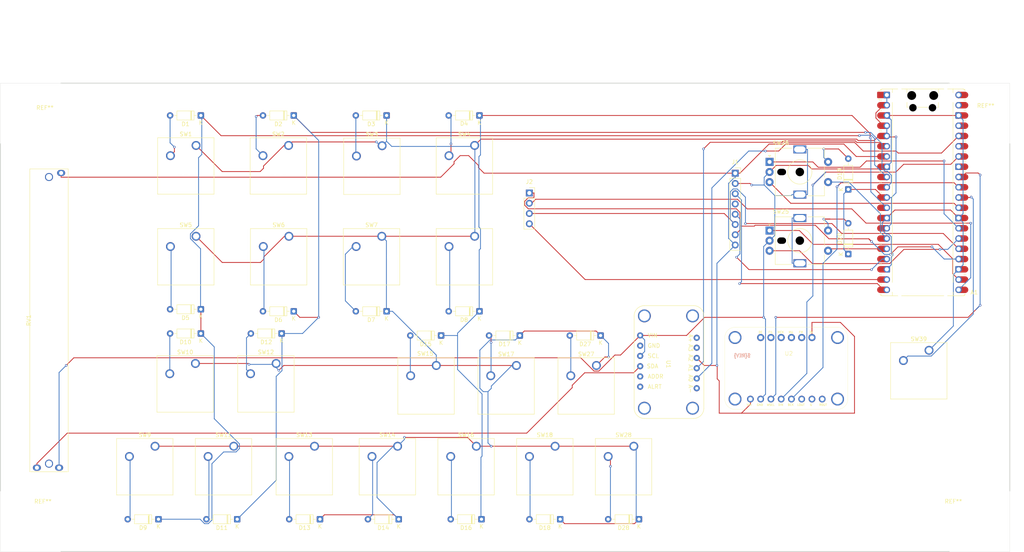
<source format=kicad_pcb>
(kicad_pcb (version 20241229) (generator "pcbnew") (generator_version "9.0")
  (layers (0 "F.Cu" signal) (2 "B.Cu" signal) (13 "F.Paste" user) (15 "B.Paste" user) (5 "F.SilkS" user "F.Silkscreen") (7 "B.SilkS" user "B.Silkscreen") (1 "F.Mask" user) (3 "B.Mask" user) (25 "Edge.Cuts" user))
  (net 0 "")
  (net 1 "SCK")
  (net 2 "MISO")
  (net 3 "unconnected-(A1-3V3_EN-Pad37)")
  (net 4 "1A")
  (net 5 "BLCK")
  (net 6 "COL0")
  (net 7 "Net-(A1-GPIO5)")
  (net 8 "unconnected-(A1-AGND-Pad33)")
  (net 9 "GND")
  (net 10 "2S1")
  (net 11 "MOSI")
  (net 12 "Net-(A1-GPIO4)")
  (net 13 "2B")
  (net 14 "LRCLK")
  (net 15 "+3V3")
  (net 16 "1S1")
  (net 17 "DIN")
  (net 18 "2A")
  (net 19 "unconnected-(A1-VBUS-Pad40)")
  (net 20 "A0")
  (net 21 "Net-(A1-RUN)")
  (net 22 "COL1")
  (net 23 "CS_SD")
  (net 24 "unconnected-(A1-VSYS-Pad39)")
  (net 25 "unconnected-(A1-ADC_VREF-Pad35)")
  (net 26 "1B")
  (net 27 "CS_LCD")
  (net 28 "Net-(D1-A)")
  (net 29 "Net-(D2-A)")
  (net 30 "Net-(D3-A)")
  (net 31 "Net-(D4-A)")
  (net 32 "Net-(D5-A)")
  (net 33 "Net-(D6-A)")
  (net 34 "Net-(D7-A)")
  (net 35 "Net-(D8-A)")
  (net 36 "Net-(D9-A)")
  (net 37 "Net-(D10-A)")
  (net 38 "Net-(D11-A)")
  (net 39 "Net-(D12-A)")
  (net 40 "Net-(D13-A)")
  (net 41 "Net-(D14-A)")
  (net 42 "Net-(D15-A)")
  (net 43 "Net-(D16-A)")
  (net 44 "1S2")
  (net 45 "2S2")
  (net 46 "Net-(D17-A)")
  (net 47 "Net-(D18-A)")
  (net 48 "Net-(D27-A)")
  (net 49 "Net-(D28-A)")
  (net 50 "RST")
  (net 51 "A1")
  (net 52 "unconnected-(SW25-PadMP)")
  (net 59 "COL2")
  (net 60 "COL3")
  (footprint "Button_Switch_Keyboard:SW_Cherry_MX_1.00u_PCB" (layer "F.Cu") (at 144.42 54.68)
    (property "Reference" "SW4")
    (property "Value" "SW_Push_45deg")
  )
  (footprint "Diode_THT:D_DO-35_SOD27_P7.62mm_Horizontal" (layer "F.Cu") (at 122.61 95.76 180)
    (property "Reference" "D7")
    (property "Value" "1N4148")
  )
  (footprint "Connector_PinSocket_2.54mm:PinSocket_1x08_P2.54mm_Vertical" (layer "F.Cu") (at 208.96 61.56)
    (property "Reference" "J1")
    (property "Value" "S37735R")
  )
  (footprint "Diode_THT:D_DO-35_SOD27_P7.62mm_Horizontal" (layer "F.Cu") (at 85.61 147.26 180)
    (property "Reference" "D11")
    (property "Value" "1N4148")
  )
  (footprint "Diode_THT:D_DO-35_SOD27_P7.62mm_Horizontal" (layer "F.Cu") (at 99.61 95.76 180)
    (property "Reference" "D6")
    (property "Value" "1N4148")
  )
  (footprint "Button_Switch_Keyboard:SW_Cherry_MX_1.00u_PCB" (layer "F.Cu") (at 125.34 129.18)
    (property "Reference" "SW14")
    (property "Value" "SW_Push_45deg")
  )
  (footprint "Button_Switch_Keyboard:SW_Cherry_MX_1.00u_PCB" (layer "F.Cu") (at 98.42 77.18)
    (property "Reference" "SW6")
    (property "Value" "SW_Push_45deg")
  )
  (footprint "Diode_THT:D_DO-35_SOD27_P7.62mm_Horizontal" (layer "F.Cu") (at 175.61 101.76 180)
    (property "Reference" "D27")
    (property "Value" "1N4148")
  )
  (footprint "Diode_THT:D_DO-35_SOD27_P7.62mm_Horizontal" (layer "F.Cu") (at 99.61 47.26 180)
    (property "Reference" "D2")
    (property "Value" "1N4148")
  )
  (footprint "Button_Switch_Keyboard:SW_Cherry_MX_1.00u_PCB" (layer "F.Cu") (at 84.76 129.18)
    (property "Reference" "SW11")
    (property "Value" "SW_Push_45deg")
  )
  (footprint "Button_Switch_Keyboard:SW_Cherry_MX_1.00u_PCB" (layer "F.Cu") (at 75.26 108.68)
    (property "Reference" "SW10")
    (property "Value" "SW5")
  )
  (footprint "Diode_THT:D_DO-35_SOD27_P7.62mm_Horizontal" (layer "F.Cu") (at 106.11 147.26 180)
    (property "Reference" "D13")
    (property "Value" "1N4148")
  )
  (footprint "potentiometer:Adafruit_ADS1115" (layer "F.Cu") (at 183.92 94.36 -90)
    (property "Reference" "U1")
    (property "Value" "ADS1015")
  )
  (footprint "Rotary_Encoder:RotaryEncoder_Alps_EC11E-Switch_Vertical_H20mm_MountingHoles" (layer "F.Cu") (at 217.46 75.76)
    (property "Reference" "SW25")
    (property "Value" "RotaryEncoder_Switch_MP")
  )
  (footprint "Diode_THT:D_DO-35_SOD27_P7.62mm_Horizontal" (layer "F.Cu") (at 76.61 47.26 180)
    (property "Reference" "D1")
    (property "Value" "1N4148")
  )
  (footprint "Button_Switch_Keyboard:SW_Cherry_MX_1.00u_PCB" (layer "F.Cu") (at 65.26 129.18)
    (property "Reference" "SW9")
    (property "Value" "SW_Push_45deg")
  )
  (footprint "Button_Switch_Keyboard:SW_Cherry_MX_1.00u_PCB" (layer "F.Cu") (at 183.84 129.18)
    (property "Reference" "SW28")
    (property "Value" "SW_Push_45deg")
  )
  (footprint "Diode_THT:D_DO-35_SOD27_P7.62mm_Horizontal" (layer "F.Cu") (at 136.11 101.76 180)
    (property "Reference" "D15")
    (property "Value" "1N4148")
  )
  (footprint "MountingHole:MountingHole_3.2mm_M3" (layer "F.Cu") (at 263 147)
    (property "Reference" "REF**")
    (property "Value" "MountingHole_3.2mm_M3")
  )
  (footprint "Diode_THT:D_DO-35_SOD27_P7.62mm_Horizontal" (layer "F.Cu") (at 236.96 81.57 90)
    (property "Reference" "D20")
    (property "Value" "1N4148")
  )
  (footprint "Diode_THT:D_DO-35_SOD27_P7.62mm_Horizontal" (layer "F.Cu") (at 236.96 65.57 90)
    (property "Reference" "D19")
    (property "Value" "1N4148")
  )
  (footprint "Button_Switch_Keyboard:SW_Cherry_MX_1.00u_PCB" (layer "F.Cu") (at 134.92 109.18)
    (property "Reference" "SW15")
    (property "Value" "SW_Push_45deg")
  )
  (footprint "Diode_THT:D_DO-35_SOD27_P7.62mm_Horizontal" (layer "F.Cu") (at 155.61 101.76 180)
    (property "Reference" "D17")
    (property "Value" "1N4148")
  )
  (footprint "Diode_THT:D_DO-35_SOD27_P7.62mm_Horizontal" (layer "F.Cu") (at 145.61 47.26 180)
    (property "Reference" "D4")
    (property "Value" "1N4148")
  )
  (footprint "Button_Switch_Keyboard:SW_Cherry_MX_1.00u_PCB" (layer "F.Cu") (at 95.26 108.68)
    (property "Reference" "SW12")
    (property "Value" "SW_Push_45deg")
  )
  (footprint "Button_Switch_Keyboard:SW_Cherry_MX_1.00u_PCB" (layer "F.Cu") (at 75.42 77.18)
    (property "Reference" "SW5")
    (property "Value" "SW5")
  )
  (footprint "potentiometer:Slide_Pot_75mm_Adafruit4219_fixed" (layer "F.Cu") (at 39 98 90)
    (property "Reference" "RV1")
    (property "Value" "Adafruit Slide Pot: 4219")
  )
  (footprint "Connector_PinSocket_2.54mm:PinSocket_1x04_P2.54mm_Vertical" (layer "F.Cu") (at 157.96 66.46)
    (property "Reference" "J2")
    (property "Value" "SD Card")
  )
  (footprint "MountingHole:MountingHole_3.2mm_M3" (layer "F.Cu") (at 271 49)
    (property "Reference" "REF**")
    (property "Value" "MountingHole_3.2mm_M3")
  )
  (footprint "Diode_THT:D_DO-35_SOD27_P7.62mm_Horizontal" (layer "F.Cu") (at 146.11 147.26 180)
    (property "Reference" "D16")
    (property "Value" "1N4148")
  )
  (footprint "Button_Switch_Keyboard:SW_Cherry_MX_1.00u_PCB" (layer "F.Cu") (at 164.34 129.18)
    (property "Reference" "SW18")
    (property "Value" "SW_Push_45deg")
  )
  (footprint "Diode_THT:D_DO-35_SOD27_P7.62mm_Horizontal" (layer "F.Cu") (at 165.61 147.26 180)
    (property "Reference" "D18")
    (property "Value" "1N4148")
  )
  (footprint "MountingHole:MountingHole_3.2mm_M3" (layer "F.Cu") (at 38 49.5)
    (property "Reference" "REF**")
    (property "Value" "MountingHole_3.2mm_M3")
  )
  (footprint "Diode_THT:D_DO-35_SOD27_P7.62mm_Horizontal" (layer "F.Cu") (at 76.61 95.26 180)
    (property "Reference" "D5")
    (property "Value" "1N4148")
  )
  (footprint "Diode_THT:D_DO-35_SOD27_P7.62mm_Horizontal" (layer "F.Cu") (at 66.11 147.26 180)
    (property "Reference" "D9")
    (property "Value" "1N4148")
  )
  (footprint "Diode_THT:D_DO-35_SOD27_P7.62mm_Horizontal" (layer "F.Cu") (at 122.61 47.26 180)
    (property "Reference" "D3")
    (property "Value" "1N4148")
  )
  (footprint "Diode_THT:D_DO-35_SOD27_P7.62mm_Horizontal" (layer "F.Cu") (at 185.11 147.26 180)
    (property "Reference" "D28")
    (property "Value" "1N4148")
  )
  (footprint "Button_Switch_Keyboard:SW_Cherry_MX_1.00u_PCB" (layer "F.Cu") (at 121.5 54.76)
    (property "Reference" "SW3")
    (property "Value" "SW_Push_45deg")
  )
  (footprint "Diode_THT:D_DO-35_SOD27_P7.62mm_Horizontal" (layer "F.Cu") (at 125.61 147.26 180)
    (property "Reference" "D14")
    (property "Value" "1N4148")
  )
  (footprint "Module:RaspberryPi_Pico_Common_Unspecified" (layer "F.Cu") (at 255.39 66.31)
    (property "Reference" "A1")
    (property "Value" "Orpheus Pico")
  )
  (footprint "Diode_THT:D_DO-35_SOD27_P7.62mm_Horizontal" (layer "F.Cu") (at 96.61 101.26 180)
    (property "Reference" "D12")
    (property "Value" "1N4148")
  )
  (footprint "Button_Switch_Keyboard:SW_Cherry_MX_1.00u_PCB" (layer "F.Cu") (at 75.42 54.68)
    (property "Reference" "SW1")
    (property "Value" "SW_Push_45deg")
  )
  (footprint "Button_Switch_Keyboard:SW_Cherry_MX_1.00u_PCB" (layer "F.Cu") (at 98.34 54.68)
    (property "Reference" "SW2")
    (property "Value" "SW_Push_45deg")
  )
  (footprint "Button_Switch_Keyboard:SW_Cherry_MX_1.00u_PCB" (layer "F.Cu") (at 104.76 129.18)
    (property "Reference" "SW13")
    (property "Value" "SW_Push_45deg")
  )
  (footprint "Button_Switch_Keyboard:SW_Cherry_MX_1.00u_PCB" (layer "F.Cu") (at 144.84 129.18)
    (property "Reference" "SW16")
    (property "Value" "SW_Push_45deg")
  )
  (footprint "Button_Switch_Keyboard:SW_Cherry_MX_1.00u_PCB" (layer "F.Cu") (at 174.58 109.18)
    (property "Reference" "SW27")
    (property "Value" "SW_Push_45deg")
  )
  (footprint "Button_Switch_Keyboard:SW_Cherry_MX_1.00u_PCB" (layer "F.Cu") (at 144.42 77.18)
    (property "Reference" "SW8" (hide yes))
    (property "Value" "SW_Push_45deg")
  )
  (footprint "Diode_THT:D_DO-35_SOD27_P7.62mm_Horizontal" (layer "F.Cu") (at 145.61 95.76 180)
    (property "Reference" "D8")
    (property "Value" "1N4148")
  )
  (footprint "Button_Switch_Keyboard:SW_Cherry_MX_1.00u_PCB" (layer "F.Cu") (at 256.96 105.42)
    (property "Reference" "SW39")
    (property "Value" "SW_Push_45deg")
  )
  (footprint "MountingHole:MountingHole_3.2mm_M3" (layer "F.Cu") (at 37.5 147)
    (property "Reference" "REF**")
    (property "Value" "MountingHole_3.2mm_M3")
  )
  (footprint "Rotary_Encoder:RotaryEncoder_Alps_EC11E-Switch_Vertical_H20mm_MountingHoles" (layer "F.Cu") (at 217.46 58.76)
    (property "Reference" "SW26")
    (property "Value" "RotaryEncoder_Switch_MP")
  )
  (footprint "Button_Switch_Keyboard:SW_Cherry_MX_1.00u_PCB" (layer "F.Cu") (at 121.42 77.18)
    (property "Reference" "SW7")
    (property "Value" "SW_Push_45deg")
  )
  (footprint "Diode_THT:D_DO-35_SOD27_P7.62mm_Horizontal" (layer "F.Cu") (at 76.61 101.26 180)
    (property "Reference" "D10")
    (property "Value" "1N4148")
  )
  (footprint "Button_Switch_Keyboard:SW_Cherry_MX_1.00u_PCB" (layer "F.Cu") (at 154.76 109.18)
    (property "Reference" "SW17")
    (property "Value" "SW_Push_45deg")
  )
  (footprint "potentiometer:PCM5100 I2S DAC" (layer "F.Cu") (at 221.728 109.721)
    (property "Reference" "U2")
    (property "Value" "PCM5100")
  )
  (gr_line (start 276.96 54.26) (end 276.96 140.26) (stroke (width 0.2)) (layer "Edge.Cuts"))
  (gr_line (start 276.96 140.26) (end 276.96 155.26) (stroke (width 0.05)) (layer "Edge.Cuts"))
  (gr_line (start 276.96 54.26) (end 276.96 39.26) (stroke (width 0.05)) (layer "Edge.Cuts"))
  (gr_line (start 26.96 140.26) (end 26.96 54.26) (stroke (width 0.2)) (layer "Edge.Cuts"))
  (gr_line (start 261.96 155.26) (end 276.96 155.26) (stroke (width 0.05)) (layer "Edge.Cuts"))
  (gr_line (start 26.96 140.26) (end 26.96 155.26) (stroke (width 0.05)) (layer "Edge.Cuts"))
  (gr_line (start 41.96 155.26) (end 26.96 155.26) (stroke (width 0.05)) (layer "Edge.Cuts"))
  (gr_line (start 41.96 39.26) (end 261.96 39.26) (stroke (width 0.2)) (layer "Edge.Cuts"))
  (gr_line (start 261.96 39.26) (end 276.96 39.26) (stroke (width 0.05)) (layer "Edge.Cuts"))
  (gr_line (start 261.96 155.26) (end 41.96 155.26) (stroke (width 0.2)) (layer "Edge.Cuts"))
  (gr_line (start 26.96 39.26) (end 41.96 39.26) (stroke (width 0.05)) (layer "Edge.Cuts"))
  (gr_line (start 26.96 54.26) (end 26.96 39.26) (stroke (width 0.05)) (layer "Edge.Cuts"))
  (segment (start 265.08 82.82) (end 264.28 82.82) (width 0.2) (layer "F.Cu") (net 1))
  (segment (start 242.025 77.8013) (end 242.708 78.4841) (width 0.2) (layer "F.Cu") (net 1))
  (segment (start 159.112 66.46) (end 159.112 67.5073) (width 0.2) (layer "F.Cu") (net 1))
  (segment (start 157.96 66.46) (end 159.112 66.46) (width 0.2) (layer "F.Cu") (net 1))
  (segment (start 156.808 68.523) (end 156.808 69.477) (width 0.2) (layer "F.Cu") (net 1))
  (segment (start 232.16 77.8013) (end 242.025 77.8013) (width 0.2) (layer "F.Cu") (net 1))
  (segment (start 213.673 74.6757) (end 213.89 74.4583) (width 0.2) (layer "F.Cu") (net 1))
  (segment (start 213.89 74.4583) (end 228.817 74.4583) (width 0.2) (layer "F.Cu") (net 1))
  (segment (start 156.808 69.477) (end 157.698 70.3665) (width 0.2) (layer "F.Cu") (net 1))
  (segment (start 242.708 78.4841) (end 242.025 77.8013) (width 0.2) (layer "F.Cu") (net 1))
  (segment (start 249.266 79.7969) (end 257.682 79.7969) (width 0.2) (layer "F.Cu") (net 1))
  (segment (start 157.674 67.6569) (end 156.808 68.523) (width 0.2) (layer "F.Cu") (net 1))
  (segment (start 210.114 74.6757) (end 210.114 75.6461) (width 0.2) (layer "F.Cu") (net 1))
  (segment (start 247.394 81.6687) (end 249.266 79.7969) (width 0.2) (layer "F.Cu") (net 1))
  (segment (start 210.114 71.2451) (end 210.114 74.6757) (width 0.2) (layer "F.Cu") (net 1))
  (segment (start 210.114 75.6461) (end 208.96 76.8) (width 0.2) (layer "F.Cu") (net 1))
  (segment (start 158.962 67.6569) (end 157.674 67.6569) (width 0.2) (layer "F.Cu") (net 1))
  (segment (start 242.025 77.8013) (end 242.708 78.4841) (width 0.2) (layer "F.Cu") (net 1))
  (segment (start 157.698 70.3665) (end 209.235 70.3665) (width 0.2) (layer "F.Cu") (net 1))
  (segment (start 228.817 74.4583) (end 232.16 77.8013) (width 0.2) (layer "F.Cu") (net 1))
  (segment (start 210.114 74.6757) (end 213.673 74.6757) (width 0.2) (layer "F.Cu") (net 1))
  (segment (start 159.112 67.5073) (end 158.962 67.6569) (width 0.2) (layer "F.Cu") (net 1))
  (segment (start 209.235 70.3665) (end 210.114 71.2451) (width 0.2) (layer "F.Cu") (net 1))
  (via (at 242.708 78.4841) (size 0.6) (drill 0.3) (layers "F.Cu" "B.Cu") (net 1))
  (via (at 247.394 81.6687) (size 0.6) (drill 0.3) (layers "F.Cu" "B.Cu") (net 1))
  (via (at 257.682 79.7969) (size 0.6) (drill 0.3) (layers "F.Cu" "B.Cu") (net 1))
  (segment (start 242.708 78.4841) (end 245.893 81.6687) (width 0.2) (layer "B.Cu") (net 1))
  (segment (start 245.893 81.6687) (end 247.394 81.6687) (width 0.2) (layer "B.Cu") (net 1))
  (segment (start 260.705 82.82) (end 264.28 82.82) (width 0.2) (layer "B.Cu") (net 1))
  (segment (start 257.682 79.7969) (end 260.705 82.82) (width 0.2) (layer "B.Cu") (net 1))
  (segment (start 159.531 68.011) (end 209.523 68.011) (width 0.2) (layer "F.Cu") (net 2))
  (segment (start 264.28 90.44) (end 265.08 90.44) (width 0.2) (layer "F.Cu") (net 2))
  (segment (start 157.96 69) (end 158.542 69) (width 0.2) (layer "F.Cu") (net 2))
  (segment (start 237.822 70.3876) (end 241.365 73.9312) (width 0.2) (layer "F.Cu") (net 2))
  (segment (start 209.523 68.011) (end 211.899 70.3876) (width 0.2) (layer "F.Cu") (net 2))
  (segment (start 211.899 70.3876) (end 237.822 70.3876) (width 0.2) (layer "F.Cu") (net 2))
  (segment (start 241.365 73.9312) (end 267.285 73.9312) (width 0.2) (layer "F.Cu") (net 2))
  (segment (start 158.542 69) (end 159.531 68.011) (width 0.2) (layer "F.Cu") (net 2))
  (via (at 267.285 73.9312) (size 0.6) (drill 0.3) (layers "F.Cu" "B.Cu") (net 2))
  (segment (start 267.285 73.9312) (end 267.285 87.4353) (width 0.2) (layer "B.Cu") (net 2))
  (segment (start 267.285 87.4353) (end 264.28 90.44) (width 0.2) (layer "B.Cu") (net 2))
  (segment (start 265.08 49.8) (end 264.28 49.8) (width 0.2) (layer "F.Cu") (net 3))
  (segment (start 224.857 75.76) (end 228.272 79.1753) (width 0.2) (layer "F.Cu") (net 4))
  (segment (start 265.08 87.9) (end 264.28 87.9) (width 0.2) (layer "F.Cu") (net 4))
  (segment (start 217.46 75.76) (end 224.857 75.76) (width 0.2) (layer "F.Cu") (net 4))
  (segment (start 228.272 79.1753) (end 259.252 79.1753) (width 0.2) (layer "F.Cu") (net 4))
  (segment (start 262.821 86.4408) (end 264.28 87.9) (width 0.2) (layer "F.Cu") (net 4))
  (segment (start 259.252 79.1753) (end 262.821 82.7438) (width 0.2) (layer "F.Cu") (net 4))
  (segment (start 262.821 82.7438) (end 262.821 86.4408) (width 0.2) (layer "F.Cu") (net 4))
  (segment (start 263.1534 63.9134) (end 264.28 65.04) (width 0.2) (layer "F.Cu") (net 5))
  (segment (start 234.161 64.9175) (end 234.7131 64.3654) (width 0.2) (layer "F.Cu") (net 5))
  (segment (start 264.28 65.04) (end 265.08 65.04) (width 0.2) (layer "F.Cu") (net 5))
  (segment (start 234.7131 64.3654) (end 234.161 64.9175) (width 0.2) (layer "F.Cu") (net 5))
  (segment (start 234.161 64.9175) (end 235.1651 63.9134) (width 0.2) (layer "F.Cu") (net 5))
  (segment (start 235.1651 63.9134) (end 263.1534 63.9134) (width 0.2) (layer "F.Cu") (net 5))
  (via (at 234.161 64.9175) (size 0.6) (drill 0.3) (layers "F.Cu" "B.Cu") (net 5))
  (segment (start 234.161 80.4) (end 234.161 64.9175) (width 0.2) (layer "B.Cu") (net 5))
  (segment (start 230.6942 109.6858) (end 230.6942 83.8668) (width 0.2) (layer "B.Cu") (net 5))
  (segment (start 222.88 117.5) (end 230.6942 109.6858) (width 0.2) (layer "B.Cu") (net 5))
  (segment (start 230.6942 83.8668) (end 234.161 80.4) (width 0.2) (layer "B.Cu") (net 5))
  (segment (start 234.7131 64.3654) (end 234.161 64.9175) (width 0.2) (layer "B.Cu") (net 5))
  (segment (start 234.161 64.9175) (end 234.7131 64.3654) (width 0.2) (layer "B.Cu") (net 5))
  (segment (start 81.6143 52.2643) (end 239.709 52.2643) (width 0.2) (layer "F.Cu") (net 6))
  (segment (start 76.61 47.26) (end 81.6143 52.2643) (width 0.2) (layer "F.Cu") (net 6))
  (segment (start 245.7 62.5) (end 246.5 62.5) (width 0.2) (layer "F.Cu") (net 6))
  (segment (start 76.61 101.26) (end 76.61 95.26) (width 0.2) (layer "F.Cu") (net 6))
  (via (at 239.709 52.2643) (size 0.6) (drill 0.3) (layers "F.Cu" "B.Cu") (net 6))
  (segment (start 79.9303 122.368) (end 79.9302 122.368) (width 0.2) (layer "B.Cu") (net 6))
  (segment (start 76.0476 57.7166) (end 76.0476 74.5701) (width 0.2) (layer "B.Cu") (net 6))
  (segment (start 243.494 53.0043) (end 243.494 59.4941) (width 0.2) (layer "B.Cu") (net 6))
  (segment (start 76.5407 95.1907) (end 76.61 95.26) (width 0.2) (layer "B.Cu") (net 6))
  (segment (start 76.0476 74.5701) (end 74.0183 76.5994) (width 0.2) (layer "B.Cu") (net 6))
  (segment (start 79.3436 147.464) (end 79.3436 133.509) (width 0.2) (layer "B.Cu") (net 6))
  (segment (start 74.0183 77.7606) (end 76.5407 80.283) (width 0.2) (layer "B.Cu") (net 6))
  (segment (start 76.8331 56.9311) (end 76.0476 57.7166) (width 0.2) (layer "B.Cu") (net 6))
  (segment (start 243.494 59.4941) (end 246.5 62.5) (width 0.2) (layer "B.Cu") (net 6))
  (segment (start 79.3436 133.509) (end 82.2706 130.582) (width 0.2) (layer "B.Cu") (net 6))
  (segment (start 74.0183 76.5994) (end 74.0183 77.7606) (width 0.2) (layer "B.Cu") (net 6))
  (segment (start 78.4464 148.362) (end 79.3436 147.464) (width 0.2) (layer "B.Cu") (net 6))
  (segment (start 86.1617 129.761) (end 86.1617 128.599) (width 0.2) (layer "B.Cu") (net 6))
  (segment (start 76.5407 80.283) (end 76.5407 95.1907) (width 0.2) (layer "B.Cu") (net 6))
  (segment (start 76.61 47.26) (end 76.8331 47.4831) (width 0.2) (layer "B.Cu") (net 6))
  (segment (start 239.816 52.1569) (end 242.647 52.1569) (width 0.2) (layer "B.Cu") (net 6))
  (segment (start 239.709 52.2643) (end 239.816 52.1569) (width 0.2) (layer "B.Cu") (net 6))
  (segment (start 76.4321 147.26) (end 77.5337 148.362) (width 0.2) (layer "B.Cu") (net 6))
  (segment (start 85.3407 130.582) (end 86.1617 129.761) (width 0.2) (layer "B.Cu") (net 6))
  (segment (start 66.11 147.26) (end 76.4321 147.26) (width 0.2) (layer "B.Cu") (net 6))
  (segment (start 242.647 52.1569) (end 243.494 53.0043) (width 0.2) (layer "B.Cu") (net 6))
  (segment (start 77.5337 148.362) (end 78.4464 148.362) (width 0.2) (layer "B.Cu") (net 6))
  (segment (start 86.1617 128.599) (end 79.9303 122.368) (width 0.2) (layer "B.Cu") (net 6))
  (segment (start 79.9302 104.58) (end 76.61 101.26) (width 0.2) (layer "B.Cu") (net 6))
  (segment (start 82.2706 130.582) (end 85.3407 130.582) (width 0.2) (layer "B.Cu") (net 6))
  (segment (start 79.9302 122.368) (end 79.9302 104.58) (width 0.2) (layer "B.Cu") (net 6))
  (segment (start 76.8331 47.4831) (end 76.8331 56.9311) (width 0.2) (layer "B.Cu") (net 6))
  (segment (start 221.436 54.3583) (end 235.868 54.3583) (width 0.2) (layer "F.Cu") (net 7))
  (segment (start 235.868 54.3583) (end 238.93 57.42) (width 0.2) (layer "F.Cu") (net 7))
  (segment (start 216.456 56.0683) (end 219.726 56.0683) (width 0.2) (layer "F.Cu") (net 7))
  (segment (start 246.5 57.42) (end 245.7 57.42) (width 0.2) (layer "F.Cu") (net 7))
  (segment (start 238.93 57.42) (end 245.7 57.42) (width 0.2) (layer "F.Cu") (net 7))
  (segment (start 219.726 56.0683) (end 221.436 54.3583) (width 0.2) (layer "F.Cu") (net 7))
  (via (at 216.456 56.0683) (size 0.6) (drill 0.3) (layers "F.Cu" "B.Cu") (net 7))
  (segment (start 203.162 65.2037) (end 212.297 56.0683) (width 0.2) (layer "B.Cu") (net 7))
  (segment (start 199.42 112.4) (end 203.162 108.658) (width 0.2) (layer "B.Cu") (net 7))
  (segment (start 212.297 56.0683) (end 216.456 56.0683) (width 0.2) (layer "B.Cu") (net 7))
  (segment (start 203.162 108.658) (end 203.162 65.2037) (width 0.2) (layer "B.Cu") (net 7))
  (segment (start 264.28 59.96) (end 265.08 59.96) (width 0.2) (layer "F.Cu") (net 8))
  (segment (start 248.474 70.6859) (end 246.5 72.66) (width 0.2) (layer "F.Cu") (net 9))
  (segment (start 246.5 85.36) (end 245.7 85.36) (width 0.2) (layer "F.Cu") (net 9))
  (segment (start 245.7 47.26) (end 246.5 47.26) (width 0.2) (layer "F.Cu") (net 9))
  (segment (start 213.022 64.4852) (end 212.637 64.1) (width 0.2) (layer "F.Cu") (net 9))
  (segment (start 227.02 59.6205) (end 227.899 60.4988) (width 0.2) (layer "F.Cu") (net 9))
  (segment (start 196.899 101.74) (end 185.42 101.74) (width 0.2) (layer "F.Cu") (net 9))
  (segment (start 245.7 72.66) (end 246.5 72.66) (width 0.2) (layer "F.Cu") (net 9))
  (segment (start 216.001 97.2597) (end 201.38 97.2597) (width 0.2) (layer "F.Cu") (net 9))
  (segment (start 170.687 107.269) (end 173.999 110.582) (width 0.2) (layer "F.Cu") (net 9))
  (segment (start 212.637 64.1) (end 208.96 64.1) (width 0.2) (layer "F.Cu") (net 9))
  (segment (start 264.68 47.26) (end 246.5 47.26) (width 0.2) (layer "F.Cu") (net 9))
  (segment (start 173.999 110.582) (end 175.161 110.582) (width 0.2) (layer "F.Cu") (net 9))
  (segment (start 219.1 59.6205) (end 227.02 59.6205) (width 0.2) (layer "F.Cu") (net 9))
  (segment (start 217.46 61.26) (end 219.1 59.6205) (width 0.2) (layer "F.Cu") (net 9))
  (segment (start 180.562 106.598) (end 185.42 101.74) (width 0.2) (layer "F.Cu") (net 9))
  (segment (start 43.2423 109.178) (end 45.1507 107.269) (width 0.2) (layer "F.Cu") (net 9))
  (segment (start 45.1507 107.269) (end 170.687 107.269) (width 0.2) (layer "F.Cu") (net 9))
  (segment (start 227.899 60.4988) (end 245.161 60.4988) (width 0.2) (layer "F.Cu") (net 9))
  (segment (start 179.145 106.598) (end 180.562 106.598) (width 0.2) (layer "F.Cu") (net 9))
  (segment (start 264.28 47.26) (end 265.08 47.26) (width 0.2) (layer "F.Cu") (net 9))
  (segment (start 175.161 110.582) (end 179.145 106.598) (width 0.2) (layer "F.Cu") (net 9))
  (segment (start 264.28 72.66) (end 262.306 70.6859) (width 0.2) (layer "F.Cu") (net 9))
  (segment (start 262.306 70.6859) (end 248.474 70.6859) (width 0.2) (layer "F.Cu") (net 9))
  (segment (start 245.161 60.4988) (end 245.7 59.96) (width 0.2) (layer "F.Cu") (net 9))
  (segment (start 201.38 97.2597) (end 196.899 101.74) (width 0.2) (layer "F.Cu") (net 9))
  (segment (start 246.5 59.96) (end 245.7 59.96) (width 0.2) (layer "F.Cu") (net 9))
  (segment (start 265.08 72.66) (end 264.28 72.66) (width 0.2) (layer "F.Cu") (net 9))
  (segment (start 264.28 85.36) (end 265.08 85.36) (width 0.2) (layer "F.Cu") (net 9))
  (via (at 43.2423 109.178) (size 0.6) (drill 0.3) (layers "F.Cu" "B.Cu") (net 9))
  (via (at 213.022 64.4852) (size 0.6) (drill 0.3) (layers "F.Cu" "B.Cu") (net 9))
  (via (at 216.001 97.2597) (size 0.6) (drill 0.3) (layers "F.Cu" "B.Cu") (net 9))
  (segment (start 216.136 64.4852) (end 213.022 64.4852) (width 0.2) (layer "B.Cu") (net 9))
  (segment (start 264.28 85.36) (end 262.985 86.655) (width 0.2) (layer "B.Cu") (net 9))
  (segment (start 223.058 66.86) (end 224.96 66.86) (width 0.2) (layer "B.Cu") (net 9))
  (segment (start 224.96 66.86) (end 226.862 66.86) (width 0.2) (layer "B.Cu") (net 9))
  (segment (start 247.611 77.2841) (end 246.938 76.6115) (width 0.2) (layer "B.Cu") (net 9))
  (segment (start 264.28 85.36) (end 265.402 84.2385) (width 0.2) (layer "B.Cu") (net 9))
  (segment (start 222.808 67.1106) (end 223.058 66.86) (width 0.2) (layer "B.Cu") (net 9))
  (segment (start 262.985 99.395) (end 256.96 105.42) (width 0.2) (layer "B.Cu") (net 9))
  (segment (start 265.382 71.5583) (end 264.28 72.66) (width 0.2) (layer "B.Cu") (net 9))
  (segment (start 216.001 79.7189) (end 216.001 97.2597) (width 0.2) (layer "B.Cu") (net 9))
  (segment (start 226.862 55.66) (end 224.96 55.66) (width 0.2) (layer "B.Cu") (net 9))
  (segment (start 247.611 82.3023) (end 247.995 81.9179) (width 0.2) (layer "B.Cu") (net 9))
  (segment (start 41.5 134.5) (end 41.5 110.92) (width 0.2) (layer "B.Cu") (net 9))
  (segment (start 265.382 48.3617) (end 265.382 71.5583) (width 0.2) (layer "B.Cu") (net 9))
  (segment (start 226.862 66.86) (end 226.862 55.66) (width 0.2) (layer "B.Cu") (net 9))
  (segment (start 245.36 75.6347) (end 245.36 73.7997) (width 0.2) (layer "B.Cu") (net 9))
  (segment (start 216.136 62.5837) (end 217.46 61.26) (width 0.2) (layer "B.Cu") (net 9))
  (segment (start 262.985 86.655) (end 262.985 99.395) (width 0.2) (layer "B.Cu") (net 9))
  (segment (start 217.46 78.26) (end 216.001 79.7189) (width 0.2) (layer "B.Cu") (net 9))
  (segment (start 246.938 76.6115) (end 246.337 76.6115) (width 0.2) (layer "B.Cu") (net 9))
  (segment (start 216.136 64.4852) (end 218.762 67.1106) (width 0.2) (layer "B.Cu") (net 9))
  (segment (start 186.528 105.712) (end 185.42 106.82) (width 0.2) (layer "B.Cu") (net 9))
  (segment (start 218.762 76.9583) (end 218.762 67.1106) (width 0.2) (layer "B.Cu") (net 9))
  (segment (start 247.995 81.4195) (end 247.611 81.0352) (width 0.2) (layer "B.Cu") (net 9))
  (segment (start 246.5 47.26) (end 247.602 48.3617) (width 0.2) (layer "B.Cu") (net 9))
  (segment (start 247.602 48.3617) (end 247.602 58.8583) (width 0.2) (layer "B.Cu") (net 9))
  (segment (start 245.36 73.7997) (end 246.5 72.66) (width 0.2) (layer "B.Cu") (net 9))
  (segment (start 216.136 64.4852) (end 216.136 62.5837) (width 0.2) (layer "B.Cu") (net 9))
  (segment (start 265.402 73.7815) (end 264.28 72.66) (width 0.2) (layer "B.Cu") (net 9))
  (segment (start 247.611 81.0352) (end 247.611 77.2841) (width 0.2) (layer "B.Cu") (net 9))
  (segment (start 218.762 67.1106) (end 222.808 67.1106) (width 0.2) (layer "B.Cu") (net 9))
  (segment (start 186.528 102.848) (end 186.528 105.712) (width 0.2) (layer "B.Cu") (net 9))
  (segment (start 185.42 101.74) (end 186.528 102.848) (width 0.2) (layer "B.Cu") (net 9))
  (segment (start 247.611 84.249) (end 247.611 82.3023) (width 0.2) (layer "B.Cu") (net 9))
  (segment (start 247.995 81.9179) (end 247.995 81.4195) (width 0.2) (layer "B.Cu") (net 9))
  (segment (start 265.402 84.2385) (end 265.402 73.7815) (width 0.2) (layer "B.Cu") (net 9))
  (segment (start 247.602 58.8583) (end 246.5 59.96) (width 0.2) (layer "B.Cu") (net 9))
  (segment (start 264.28 47.26) (end 265.382 48.3617) (width 0.2) (layer "B.Cu") (net 9))
  (segment (start 246.337 76.6115) (end 245.36 75.6347) (width 0.2) (layer "B.Cu") (net 9))
  (segment (start 246.5 85.36) (end 247.611 84.249) (width 0.2) (layer "B.Cu") (net 9))
  (segment (start 41.5 110.92) (end 43.2423 109.178) (width 0.2) (layer "B.Cu") (net 9))
  (segment (start 217.46 78.26) (end 218.762 76.9583) (width 0.2) (layer "B.Cu") (net 9))
  (segment (start 216.4639 97.7226) (end 216.001 97.2597) (width 0.2) (layer "B.Cu") (net 9))
  (segment (start 216.4639 116.2961) (end 216.4639 97.7226) (width 0.2) (layer "B.Cu") (net 9))
  (segment (start 215.26 117.5) (end 216.4639 116.2961) (width 0.2) (layer "B.Cu") (net 9))
  (segment (start 246.5 77.74) (end 245.7 77.74) (width 0.2) (layer "F.Cu") (net 10))
  (segment (start 237.073 63.76) (end 244.894 71.5813) (width 0.2) (layer "B.Cu") (net 10))
  (segment (start 244.894 71.5813) (end 244.894 76.1339) (width 0.2) (layer "B.Cu") (net 10))
  (segment (start 244.894 76.1339) (end 246.5 77.74) (width 0.2) (layer "B.Cu") (net 10))
  (segment (start 231.96 63.76) (end 237.073 63.76) (width 0.2) (layer "B.Cu") (net 10))
  (segment (start 232.898 74.0299) (end 211.482 74.0299) (width 0.2) (layer "F.Cu") (net 11))
  (segment (start 265.08 80.28) (end 264.28 80.28) (width 0.2) (layer "F.Cu") (net 11))
  (segment (start 157.96 71.54) (end 206.24 71.54) (width 0.2) (layer "F.Cu") (net 11))
  (segment (start 260.47 76.47) (end 235.338 76.47) (width 0.2) (layer "F.Cu") (net 11))
  (segment (start 235.338 76.47) (end 232.898 74.0299) (width 0.2) (layer "F.Cu") (net 11))
  (segment (start 264.28 80.28) (end 260.47 76.47) (width 0.2) (layer "F.Cu") (net 11))
  (segment (start 206.24 71.54) (end 208.96 74.26) (width 0.2) (layer "F.Cu") (net 11))
  (via (at 211.482 74.0299) (size 0.6) (drill 0.3) (layers "F.Cu" "B.Cu") (net 11))
  (segment (start 208.453 65.4442) (end 209.427 65.4442) (width 0.2) (layer "B.Cu") (net 11))
  (segment (start 207.757 66.1398) (end 208.453 65.4442) (width 0.2) (layer "B.Cu") (net 11))
  (segment (start 208.96 74.26) (end 207.757 73.0571) (width 0.2) (layer "B.Cu") (net 11))
  (segment (start 207.757 73.0571) (end 207.757 66.1398) (width 0.2) (layer "B.Cu") (net 11))
  (segment (start 211.482 67.4989) (end 211.482 74.0299) (width 0.2) (layer "B.Cu") (net 11))
  (segment (start 209.427 65.4442) (end 211.482 67.4989) (width 0.2) (layer "B.Cu") (net 11))
  (segment (start 239.113 53.9529) (end 244.773 53.9529) (width 0.2) (layer "F.Cu") (net 12))
  (segment (start 245.7 54.88) (end 246.5 54.88) (width 0.2) (layer "F.Cu") (net 12))
  (segment (start 220.672 53.7866) (end 220.556 53.9029) (width 0.2) (layer "F.Cu") (net 12))
  (segment (start 220.672 53.7866) (end 220.556 53.9029) (width 0.2) (layer "F.Cu") (net 12))
  (segment (start 220.672 53.7866) (end 220.907 53.5512) (width 0.2) (layer "F.Cu") (net 12))
  (segment (start 220.556 53.9029) (end 202.752 53.9029) (width 0.2) (layer "F.Cu") (net 12))
  (segment (start 220.907 53.5512) (end 238.712 53.5512) (width 0.2) (layer "F.Cu") (net 12))
  (segment (start 238.712 53.5512) (end 239.113 53.9529) (width 0.2) (layer "F.Cu") (net 12))
  (segment (start 202.752 53.9029) (end 201.108 55.5467) (width 0.2) (layer "F.Cu") (net 12))
  (segment (start 244.773 53.9529) (end 245.7 54.88) (width 0.2) (layer "F.Cu") (net 12))
  (via (at 201.108 55.5467) (size 0.6) (drill 0.3) (layers "F.Cu" "B.Cu") (net 12))
  (segment (start 201.108 108.172) (end 201.108 55.5467) (width 0.2) (layer "B.Cu") (net 12))
  (segment (start 199.42 109.86) (end 201.108 108.172) (width 0.2) (layer "B.Cu") (net 12))
  (segment (start 265.08 70.12) (end 264.28 70.12) (width 0.2) (layer "F.Cu") (net 13))
  (segment (start 222.715 69.0153) (end 217.46 63.76) (width 0.2) (layer "F.Cu") (net 13))
  (segment (start 263.175 69.0153) (end 222.715 69.0153) (width 0.2) (layer "F.Cu") (net 13))
  (segment (start 264.28 70.12) (end 263.175 69.0153) (width 0.2) (layer "F.Cu") (net 13))
  (segment (start 219.006 97.2597) (end 218.9797 97.2597) (width 0.2) (layer "F.Cu") (net 14))
  (segment (start 269.6159 94.2802) (end 268.5589 95.3372) (width 0.2) (layer "F.Cu") (net 14))
  (segment (start 264.48 62.5) (end 264.68 62.5) (width 0.2) (layer "F.Cu") (net 14))
  (segment (start 266.0743 61.5057) (end 265.08 62.5) (width 0.2) (layer "F.Cu") (net 14))
  (segment (start 269.6159 62) (end 269.1216 61.5057) (width 0.2) (layer "F.Cu") (net 14))
  (segment (start 264.28 62.5) (end 264.48 62.5) (width 0.2) (layer "F.Cu") (net 14))
  (segment (start 264.68 62.5) (end 265.08 62.5) (width 0.2) (layer "F.Cu") (net 14))
  (segment (start 268.5589 95.3372) (end 269.6159 94.2802) (width 0.2) (layer "F.Cu") (net 14))
  (segment (start 269.1216 61.5057) (end 266.0743 61.5057) (width 0.2) (layer "F.Cu") (net 14))
  (segment (start 219.006 97.2597) (end 266.6364 97.2597) (width 0.2) (layer "F.Cu") (net 14))
  (segment (start 266.6364 97.2597) (end 269.6159 94.2802) (width 0.2) (layer "F.Cu") (net 14))
  (via (at 219.006 97.2597) (size 0.6) (drill 0.3) (layers "F.Cu" "B.Cu") (net 14))
  (via (at 269.6159 62) (size 0.6) (drill 0.3) (layers "F.Cu" "B.Cu") (net 14))
  (via (at 269.6159 94.2802) (size 0.6) (drill 0.3) (layers "F.Cu" "B.Cu") (net 14))
  (segment (start 269.6159 94.2802) (end 269.6159 62) (width 0.2) (layer "B.Cu") (net 14))
  (segment (start 219.006 97.2597) (end 219.006 97.2706) (width 0.2) (layer "B.Cu") (net 14))
  (segment (start 219.006 97.2706) (end 218.9983 97.2783) (width 0.2) (layer "B.Cu") (net 14))
  (segment (start 218.9983 116.3017) (end 217.8 117.5) (width 0.2) (layer "B.Cu") (net 14))
  (segment (start 268.5589 95.3372) (end 269.6159 94.2802) (width 0.2) (layer "B.Cu") (net 14))
  (segment (start 218.9983 97.2783) (end 218.9983 116.3017) (width 0.2) (layer "B.Cu") (net 14))
  (segment (start 219.006 97.2597) (end 218.9797 97.2597) (width 0.2) (layer "B.Cu") (net 14))
  (segment (start 269.6159 94.2802) (end 268.5589 95.3372) (width 0.2) (layer "B.Cu") (net 14))
  (segment (start 220.672 54.3546) (end 221.07 53.9566) (width 0.2) (layer "F.Cu") (net 15))
  (segment (start 238.5 102) (end 238.5 121) (width 0.2) (layer "F.Cu") (net 15))
  (segment (start 146.76 61.56) (end 145.364 60.1642) (width 0.2) (layer "F.Cu") (net 15))
  (segment (start 210.112 61.56) (end 217.317 54.3546) (width 0.2) (layer "F.Cu") (net 15))
  (segment (start 248.819 56.0748) (end 249.315 56.5706) (width 0.2) (layer "F.Cu") (net 15))
  (segment (start 210.5 121) (end 205 121) (width 0.2) (layer "F.Cu") (net 15))
  (segment (start 238.5 121) (end 210.5 121) (width 0.2) (layer "F.Cu") (net 15))
  (segment (start 208.96 61.56) (end 146.76 61.56) (width 0.2) (layer "F.Cu") (net 15))
  (segment (start 208.96 61.56) (end 210.112 61.56) (width 0.2) (layer "F.Cu") (net 15))
  (segment (start 228 98.5) (end 235 98.5) (width 0.2) (layer "F.Cu") (net 15))
  (segment (start 265.08 52.34) (end 264.28 52.34) (width 0.2) (layer "F.Cu") (net 15))
  (segment (start 227.96 102.26) (end 227.96 98.54) (width 0.2) (layer "F.Cu") (net 15))
  (segment (start 145.364 60.1642) (end 145.364 59.6355) (width 0.2) (layer "F.Cu") (net 15))
  (segment (start 235 98.5) (end 238.5 102) (width 0.2) (layer "F.Cu") (net 15))
  (segment (start 260.049 56.5706) (end 264.28 52.34) (width 0.2) (layer "F.Cu") (net 15))
  (segment (start 212.72 118.78) (end 210.5 121) (width 0.2) (layer "F.Cu") (net 15))
  (segment (start 238.549 53.9566) (end 240.667 56.0748) (width 0.2) (layer "F.Cu") (net 15))
  (segment (start 204.5 109.259) (end 204.419 109.178) (width 0.2) (layer "F.Cu") (net 15))
  (segment (start 240.667 56.0748) (end 248.819 56.0748) (width 0.2) (layer "F.Cu") (net 15))
  (segment (start 142.937 57.2083) (end 140.823 57.2083) (width 0.2) (layer "F.Cu") (net 15))
  (segment (start 221.07 53.9566) (end 238.549 53.9566) (width 0.2) (layer "F.Cu") (net 15))
  (segment (start 139.328 58.7031) (end 139.328 59.2316) (width 0.2) (layer "F.Cu") (net 15))
  (segment (start 204.5 112.5) (end 204.5 109.259) (width 0.2) (layer "F.Cu") (net 15))
  (segment (start 140.823 57.2083) (end 139.328 58.7031) (width 0.2) (layer "F.Cu") (net 15))
  (segment (start 201.278 109.178) (end 204.419 109.178) (width 0.2) (layer "F.Cu") (net 15))
  (segment (start 205 121) (end 205 113) (width 0.2) (layer "F.Cu") (net 15))
  (segment (start 217.317 54.3546) (end 220.672 54.3546) (width 0.2) (layer "F.Cu") (net 15))
  (segment (start 42 62.5517) (end 42 61.5) (width 0.2) (layer "F.Cu") (net 15))
  (segment (start 199.42 107.32) (end 201.278 109.178) (width 0.2) (layer "F.Cu") (net 15))
  (segment (start 145.364 59.6355) (end 142.937 57.2083) (width 0.2) (layer "F.Cu") (net 15))
  (segment (start 212.72 117.5) (end 212.72 118.78) (width 0.2) (layer "F.Cu") (net 15))
  (segment (start 227.96 98.54) (end 228 98.5) (width 0.2) (layer "F.Cu") (net 15))
  (segment (start 249.315 56.5706) (end 260.049 56.5706) (width 0.2) (layer "F.Cu") (net 15))
  (segment (start 139.328 59.2316) (end 136.008 62.5517) (width 0.2) (layer "F.Cu") (net 15))
  (segment (start 136.008 62.5517) (end 42 62.5517) (width 0.2) (layer "F.Cu") (net 15))
  (segment (start 205 113) (end 204.5 112.5) (width 0.2) (layer "F.Cu") (net 15))
  (via (at 204.419 109.178) (size 0.6) (drill 0.3) (layers "F.Cu" "B.Cu") (net 15))
  (segment (start 204.419 109.178) (end 204.419 83.8812) (width 0.2) (layer "B.Cu") (net 15))
  (segment (start 208.96 61.56) (end 208.96 62.7117) (width 0.2) (layer "B.Cu") (net 15))
  (segment (start 207.313 77.6933) (end 208.96 79.34) (width 0.2) (layer "B.Cu") (net 15))
  (segment (start 208.672 62.7117) (end 207.313 64.0705) (width 0.2) (layer "B.Cu") (net 15))
  (segment (start 204.419 83.8812) (end 208.96 79.34) (width 0.2) (layer "B.Cu") (net 15))
  (segment (start 208.96 62.7117) (end 208.672 62.7117) (width 0.2) (layer "B.Cu") (net 15))
  (segment (start 207.313 64.0705) (end 207.313 77.6933) (width 0.2) (layer "B.Cu") (net 15))
  (segment (start 231.96 80.76) (end 232.44 80.28) (width 0.2) (layer "F.Cu") (net 16))
  (segment (start 245.7 80.28) (end 246.5 80.28) (width 0.2) (layer "F.Cu") (net 16))
  (segment (start 232.44 80.28) (end 245.7 80.28) (width 0.2) (layer "F.Cu") (net 16))
  (segment (start 231.3646 61.304) (end 228.1834 64.4852) (width 0.2) (layer "F.Cu") (net 17))
  (segment (start 231.3646 61.304) (end 228.1834 64.4852) (width 0.2) (layer "F.Cu") (net 17))
  (segment (start 264.28 57.42) (end 262.3485 59.3515) (width 0.2) (layer "F.Cu") (net 17))
  (segment (start 228.1834 64.4852) (end 231.3646 61.304) (width 0.2) (layer "F.Cu") (net 17))
  (segment (start 264.68 57.42) (end 265.08 57.42) (width 0.2) (layer "F.Cu") (net 17))
  (segment (start 250.6719 59.3515) (end 248.7194 61.304) (width 0.2) (layer "F.Cu") (net 17))
  (segment (start 262.3485 59.3515) (end 250.6719 59.3515) (width 0.2) (layer "F.Cu") (net 17))
  (segment (start 248.7194 61.304) (end 231.3646 61.304) (width 0.2) (layer "F.Cu") (net 17))
  (segment (start 264.28 57.42) (end 264.68 57.42) (width 0.2) (layer "F.Cu") (net 17))
  (via (at 228.1834 64.4852) (size 0.6) (drill 0.3) (layers "F.Cu" "B.Cu") (net 17))
  (segment (start 228.1834 91.9537) (end 226.69 93.4471) (width 0.2) (layer "B.Cu") (net 17))
  (segment (start 226.69 93.4471) (end 226.69 111.15) (width 0.2) (layer "B.Cu") (net 17))
  (segment (start 226.69 111.15) (end 220.34 117.5) (width 0.2) (layer "B.Cu") (net 17))
  (segment (start 228.1834 64.4852) (end 228.1834 91.9537) (width 0.2) (layer "B.Cu") (net 17))
  (segment (start 228.1834 64.4852) (end 231.3646 61.304) (width 0.2) (layer "B.Cu") (net 17))
  (segment (start 231.3646 61.304) (end 228.1834 64.4852) (width 0.2) (layer "B.Cu") (net 17))
  (segment (start 228.174 58.76) (end 217.46 58.76) (width 0.2) (layer "F.Cu") (net 18))
  (segment (start 260.68 58.5262) (end 241.439 58.5262) (width 0.2) (layer "F.Cu") (net 18))
  (segment (start 241.439 58.5262) (end 239.874 60.0908) (width 0.2) (layer "F.Cu") (net 18))
  (segment (start 239.874 60.0908) (end 229.504 60.0908) (width 0.2) (layer "F.Cu") (net 18))
  (segment (start 264.28 75.2) (end 265.08 75.2) (width 0.2) (layer "F.Cu") (net 18))
  (segment (start 229.504 60.0908) (end 228.174 58.76) (width 0.2) (layer "F.Cu") (net 18))
  (via (at 260.68 58.5262) (size 0.6) (drill 0.3) (layers "F.Cu" "B.Cu") (net 18))
  (segment (start 260.68 71.6001) (end 264.28 75.2) (width 0.2) (layer "B.Cu") (net 18))
  (segment (start 260.68 58.5262) (end 260.68 71.6001) (width 0.2) (layer "B.Cu") (net 18))
  (segment (start 264.28 42.18) (end 265.08 42.18) (width 0.2) (layer "F.Cu") (net 19))
  (segment (start 242.712 85.4407) (end 212.364 85.4407) (width 0.2) (layer "F.Cu") (net 20))
  (segment (start 212.364 85.4407) (end 209.286 82.3622) (width 0.2) (layer "F.Cu") (net 20))
  (segment (start 246.5 82.82) (end 245.7 82.82) (width 0.2) (layer "F.Cu") (net 20))
  (via (at 209.286 82.3622) (size 0.6) (drill 0.3) (layers "F.Cu" "B.Cu") (net 20))
  (via (at 242.712 85.4407) (size 0.6) (drill 0.3) (layers "F.Cu" "B.Cu") (net 20))
  (segment (start 210.112 72.8722) (end 210.112 81.5359) (width 0.2) (layer "B.Cu") (net 20))
  (segment (start 245.332 82.82) (end 242.712 85.4407) (width 0.2) (layer "B.Cu") (net 20))
  (segment (start 208.96 71.72) (end 210.112 72.8722) (width 0.2) (layer "B.Cu") (net 20))
  (segment (start 246.5 82.82) (end 245.332 82.82) (width 0.2) (layer "B.Cu") (net 20))
  (segment (start 210.112 81.5359) (end 209.286 82.3622) (width 0.2) (layer "B.Cu") (net 20))
  (segment (start 264.28 67.58) (end 265.08 67.58) (width 0.2) (layer "F.Cu") (net 21))
  (segment (start 267.29 67.58) (end 267.405 67.4647) (width 0.2) (layer "F.Cu") (net 21))
  (segment (start 265.08 67.58) (end 267.29 67.58) (width 0.2) (layer "F.Cu") (net 21))
  (via (at 267.405 67.4647) (size 0.6) (drill 0.3) (layers "F.Cu" "B.Cu") (net 21))
  (segment (start 267.405 67.4647) (end 267.923 67.9826) (width 0.2) (layer "B.Cu") (net 21))
  (segment (start 251.718 106.852) (end 250.61 107.96) (width 0.2) (layer "B.Cu") (net 21))
  (segment (start 267.923 67.9826) (end 267.923 96.4426) (width 0.2) (layer "B.Cu") (net 21))
  (segment (start 257.514 106.852) (end 251.718 106.852) (width 0.2) (layer "B.Cu") (net 21))
  (segment (start 267.923 96.4426) (end 257.514 106.852) (width 0.2) (layer "B.Cu") (net 21))
  (segment (start 105.793 97.2597) (end 101.11 97.2597) (width 0.2) (layer "F.Cu") (net 22))
  (segment (start 101.11 97.2597) (end 99.61 95.76) (width 0.2) (layer "F.Cu") (net 22))
  (segment (start 241.218 51.4479) (end 103.798 51.4479) (width 0.2) (layer "F.Cu") (net 22))
  (segment (start 103.798 51.4479) (end 99.61 47.26) (width 0.2) (layer "F.Cu") (net 22))
  (segment (start 246.5 65.04) (end 245.7 65.04) (width 0.2) (layer "F.Cu") (net 22))
  (via (at 105.793 97.2597) (size 0.6) (drill 0.3) (layers "F.Cu" "B.Cu") (net 22))
  (via (at 241.218 51.4479) (size 0.6) (drill 0.3) (layers "F.Cu" "B.Cu") (net 22))
  (segment (start 95.2717 111.887) (end 96.6968 110.462) (width 0.2) (layer "B.Cu") (net 22))
  (segment (start 85.61 147.26) (end 95.2717 137.598) (width 0.2) (layer "B.Cu") (net 22))
  (segment (start 96.6968 110.462) (end 96.6968 101.347) (width 0.2) (layer "B.Cu") (net 22))
  (segment (start 105.793 53.4429) (end 99.61 47.26) (width 0.2) (layer "B.Cu") (net 22))
  (segment (start 246.049 61.0617) (end 246.639 61.0617) (width 0.2) (layer "B.Cu") (net 22))
  (segment (start 242.511 51.4479) (end 245.315 54.252) (width 0.2) (layer "B.Cu") (net 22))
  (segment (start 245.315 60.3278) (end 246.049 61.0617) (width 0.2) (layer "B.Cu") (net 22))
  (segment (start 247.621 63.9188) (end 246.5 65.04) (width 0.2) (layer "B.Cu") (net 22))
  (segment (start 105.793 97.2597) (end 105.793 53.4429) (width 0.2) (layer "B.Cu") (net 22))
  (segment (start 96.6968 101.347) (end 96.61 101.26) (width 0.2) (layer "B.Cu") (net 22))
  (segment (start 101.793 101.26) (end 105.793 97.2597) (width 0.2) (layer "B.Cu") (net 22))
  (segment (start 95.2717 137.598) (end 95.2717 111.887) (width 0.2) (layer "B.Cu") (net 22))
  (segment (start 96.61 101.26) (end 101.793 101.26) (width 0.2) (layer "B.Cu") (net 22))
  (segment (start 247.621 62.0442) (end 247.621 63.9188) (width 0.2) (layer "B.Cu") (net 22))
  (segment (start 241.218 51.4479) (end 242.511 51.4479) (width 0.2) (layer "B.Cu") (net 22))
  (segment (start 246.639 61.0617) (end 247.621 62.0442) (width 0.2) (layer "B.Cu") (net 22))
  (segment (start 245.315 54.252) (end 245.315 60.3278) (width 0.2) (layer "B.Cu") (net 22))
  (segment (start 157.96 74.08) (end 171.78 87.9) (width 0.2) (layer "F.Cu") (net 23))
  (segment (start 171.78 87.9) (end 245.7 87.9) (width 0.2) (layer "F.Cu") (net 23))
  (segment (start 246.5 87.9) (end 245.7 87.9) (width 0.2) (layer "F.Cu") (net 23))
  (segment (start 264.28 44.72) (end 265.08 44.72) (width 0.2) (layer "F.Cu") (net 24))
  (segment (start 265.08 54.88) (end 264.28 54.88) (width 0.2) (layer "F.Cu") (net 25))
  (segment (start 247.208 83.9499) (end 228.077 83.9499) (width 0.2) (layer "F.Cu") (net 26))
  (segment (start 259.645 80.4186) (end 250.74 80.4186) (width 0.2) (layer "F.Cu") (net 26))
  (segment (start 228.077 83.9499) (end 224.887 80.76) (width 0.2) (layer "F.Cu") (net 26))
  (segment (start 250.74 80.4186) (end 247.208 83.9499) (width 0.2) (layer "F.Cu") (net 26))
  (segment (start 224.887 80.76) (end 217.46 80.76) (width 0.2) (layer "F.Cu") (net 26))
  (segment (start 265.08 77.74) (end 264.28 77.74) (width 0.2) (layer "F.Cu") (net 26))
  (via (at 259.645 80.4186) (size 0.6) (drill 0.3) (layers "F.Cu" "B.Cu") (net 26))
  (segment (start 264.28 77.74) (end 261.601 80.4186) (width 0.2) (layer "B.Cu") (net 26))
  (segment (start 261.601 80.4186) (end 259.645 80.4186) (width 0.2) (layer "B.Cu") (net 26))
  (segment (start 246.5 90.44) (end 245.7 90.44) (width 0.2) (layer "F.Cu") (net 27))
  (segment (start 244.166 88.9055) (end 245.7 90.44) (width 0.2) (layer "F.Cu") (net 27))
  (segment (start 210.044 88.9055) (end 244.166 88.9055) (width 0.2) (layer "F.Cu") (net 27))
  (via (at 210.044 88.9055) (size 0.6) (drill 0.3) (layers "F.Cu" "B.Cu") (net 27))
  (segment (start 210.044 88.9055) (end 210.514 88.4355) (width 0.2) (layer "B.Cu") (net 27))
  (segment (start 210.514 68.1939) (end 208.96 66.64) (width 0.2) (layer "B.Cu") (net 27))
  (segment (start 210.514 88.4355) (end 210.514 68.1939) (width 0.2) (layer "B.Cu") (net 27))
  (segment (start 70.0497 56.2403) (end 70.0497 55.0885) (width 0.2) (layer "F.Cu") (net 28))
  (segment (start 69.07 57.22) (end 70.0497 56.2403) (width 0.2) (layer "F.Cu") (net 28))
  (via (at 70.0497 55.0885) (size 0.6) (drill 0.3) (layers "F.Cu" "B.Cu") (net 28))
  (segment (start 70.0497 55.0885) (end 68.99 54.0288) (width 0.2) (layer "B.Cu") (net 28))
  (segment (start 68.99 54.0288) (end 68.99 47.26) (width 0.2) (layer "B.Cu") (net 28))
  (segment (start 91.99 47.26) (end 90.5536 47.26) (width 0.2) (layer "F.Cu") (net 29))
  (segment (start 90.5536 47.26) (end 90.3003 47.5133) (width 0.2) (layer "F.Cu") (net 29))
  (via (at 90.3003 47.5133) (size 0.6) (drill 0.3) (layers "F.Cu" "B.Cu") (net 29))
  (segment (start 90.3003 47.5133) (end 90.3003 55.5303) (width 0.2) (layer "B.Cu") (net 29))
  (segment (start 90.3003 55.5303) (end 91.99 57.22) (width 0.2) (layer "B.Cu") (net 29))
  (segment (start 114.99 57.14) (end 114.99 47.26) (width 0.2) (layer "B.Cu") (net 30))
  (segment (start 115.15 57.3) (end 114.99 57.14) (width 0.2) (layer "B.Cu") (net 30))
  (segment (start 138.558 56.7325) (end 138.558 54.3185) (width 0.2) (layer "F.Cu") (net 31))
  (segment (start 138.07 57.22) (end 138.558 56.7325) (width 0.2) (layer "F.Cu") (net 31))
  (via (at 138.558 54.3185) (size 0.6) (drill 0.3) (layers "F.Cu" "B.Cu") (net 31))
  (segment (start 138.558 47.8275) (end 137.99 47.26) (width 0.2) (layer "B.Cu") (net 31))
  (segment (start 138.558 54.3185) (end 138.558 47.8275) (width 0.2) (layer "B.Cu") (net 31))
  (segment (start 69.2413 95.0087) (end 68.99 95.26) (width 0.2) (layer "B.Cu") (net 32))
  (segment (start 69.07 79.72) (end 69.2413 79.8913) (width 0.2) (layer "B.Cu") (net 32))
  (segment (start 69.2413 79.8913) (end 69.2413 95.0087) (width 0.2) (layer "B.Cu") (net 32))
  (segment (start 92.07 79.72) (end 92.2413 79.8913) (width 0.2) (layer "B.Cu") (net 33))
  (segment (start 92.2413 79.8913) (end 92.2413 95.5087) (width 0.2) (layer "B.Cu") (net 33))
  (segment (start 92.2413 95.5087) (end 91.99 95.76) (width 0.2) (layer "B.Cu") (net 33))
  (segment (start 112.396 93.1664) (end 112.396 81.6243) (width 0.2) (layer "B.Cu") (net 34))
  (segment (start 112.396 81.6243) (end 114.301 79.72) (width 0.2) (layer "B.Cu") (net 34))
  (segment (start 114.301 79.72) (end 115.07 79.72) (width 0.2) (layer "B.Cu") (net 34))
  (segment (start 114.99 95.76) (end 112.396 93.1664) (width 0.2) (layer "B.Cu") (net 34))
  (segment (start 138.241 79.8913) (end 138.241 95.5087) (width 0.2) (layer "B.Cu") (net 35))
  (segment (start 138.241 95.5087) (end 137.99 95.76) (width 0.2) (layer "B.Cu") (net 35))
  (segment (start 138.07 79.72) (end 138.241 79.8913) (width 0.2) (layer "B.Cu") (net 35))
  (segment (start 58.49 147.26) (end 59.0837 146.666) (width 0.2) (layer "B.Cu") (net 36))
  (segment (start 59.0837 131.894) (end 58.91 131.72) (width 0.2) (layer "B.Cu") (net 36))
  (segment (start 59.0837 146.666) (end 59.0837 131.894) (width 0.2) (layer "B.Cu") (net 36))
  (segment (start 68.91 111.22) (end 68.91 101.34) (width 0.2) (layer "B.Cu") (net 37))
  (segment (start 68.91 101.34) (end 68.99 101.26) (width 0.2) (layer "B.Cu") (net 37))
  (segment (start 77.99 147.26) (end 78.6008 146.649) (width 0.2) (layer "B.Cu") (net 38))
  (segment (start 78.6008 146.649) (end 78.6008 131.911) (width 0.2) (layer "B.Cu") (net 38))
  (segment (start 78.6008 131.911) (end 78.41 131.72) (width 0.2) (layer "B.Cu") (net 38))
  (segment (start 87.9128 102.337) (end 87.9128 110.223) (width 0.2) (layer "B.Cu") (net 39))
  (segment (start 88.99 101.26) (end 87.9128 102.337) (width 0.2) (layer "B.Cu") (net 39))
  (segment (start 87.9128 110.223) (end 88.91 111.22) (width 0.2) (layer "B.Cu") (net 39))
  (segment (start 98.41 131.72) (end 98.5842 131.894) (width 0.2) (layer "B.Cu") (net 40))
  (segment (start 98.5842 147.166) (end 98.49 147.26) (width 0.2) (layer "B.Cu") (net 40))
  (segment (start 98.5842 131.894) (end 98.5842 147.166) (width 0.2) (layer "B.Cu") (net 40))
  (segment (start 119.156 146.094) (end 119.156 131.886) (width 0.2) (layer "B.Cu") (net 41))
  (segment (start 119.156 131.886) (end 118.99 131.72) (width 0.2) (layer "B.Cu") (net 41))
  (segment (start 117.99 147.26) (end 119.156 146.094) (width 0.2) (layer "B.Cu") (net 41))
  (segment (start 128.57 111.72) (end 128.49 111.64) (width 0.2) (layer "B.Cu") (net 42))
  (segment (start 128.49 111.64) (end 128.49 101.76) (width 0.2) (layer "B.Cu") (net 42))
  (segment (start 138.661 131.891) (end 138.49 131.72) (width 0.2) (layer "B.Cu") (net 43))
  (segment (start 138.49 147.26) (end 138.661 147.089) (width 0.2) (layer "B.Cu") (net 43))
  (segment (start 138.661 147.089) (end 138.661 131.891) (width 0.2) (layer "B.Cu") (net 43))
  (segment (start 230.894 72.9319) (end 232.402 72.9319) (width 0.2) (layer "F.Cu") (net 44))
  (segment (start 232.402 72.9319) (end 230.894 72.9319) (width 0.2) (layer "F.Cu") (net 44))
  (segment (start 230.894 72.9319) (end 232.402 72.9319) (width 0.2) (layer "F.Cu") (net 44))
  (segment (start 232.402 72.9319) (end 235.942 72.9319) (width 0.2) (layer "F.Cu") (net 44))
  (segment (start 235.942 72.9319) (end 236.96 73.95) (width 0.2) (layer "F.Cu") (net 44))
  (via (at 230.894 72.9319) (size 0.6) (drill 0.3) (layers "F.Cu" "B.Cu") (net 44))
  (segment (start 231.96 75.76) (end 231.96 73.9978) (width 0.2) (layer "B.Cu") (net 44))
  (segment (start 231.96 73.9978) (end 230.894 72.9319) (width 0.2) (layer "B.Cu") (net 44))
  (segment (start 230.894 55.5467) (end 234.557 55.5467) (width 0.2) (layer "F.Cu") (net 45))
  (segment (start 234.557 55.5467) (end 236.96 57.95) (width 0.2) (layer "F.Cu") (net 45))
  (via (at 230.894 55.5467) (size 0.6) (drill 0.3) (layers "F.Cu" "B.Cu") (net 45))
  (segment (start 230.894 57.6941) (end 230.894 55.5467) (width 0.2) (layer "B.Cu") (net 45))
  (segment (start 231.96 58.76) (end 230.894 57.6941) (width 0.2) (layer "B.Cu") (net 45))
  (segment (start 147.99 101.76) (end 148.486 102.256) (width 0.2) (layer "F.Cu") (net 46))
  (segment (start 148.486 102.256) (end 148.486 103.464) (width 0.2) (layer "F.Cu") (net 46))
  (via (at 148.486 103.464) (size 0.6) (drill 0.3) (layers "F.Cu" "B.Cu") (net 46))
  (segment (start 148.486 111.644) (end 148.41 111.72) (width 0.2) (layer "B.Cu") (net 46))
  (segment (start 148.486 103.464) (end 148.486 111.644) (width 0.2) (layer "B.Cu") (net 46))
  (segment (start 157.99 147.26) (end 158.149 147.101) (width 0.2) (layer "B.Cu") (net 47))
  (segment (start 158.149 147.101) (end 158.149 131.879) (width 0.2) (layer "B.Cu") (net 47))
  (segment (start 158.149 131.879) (end 157.99 131.72) (width 0.2) (layer "B.Cu") (net 47))
  (segment (start 168.23 111.72) (end 168.23 102) (width 0.2) (layer "B.Cu") (net 48))
  (segment (start 168.23 102) (end 167.99 101.76) (width 0.2) (layer "B.Cu") (net 48))
  (segment (start 178.044 132.274) (end 178.044 134.154) (width 0.2) (layer "F.Cu") (net 49))
  (segment (start 177.49 131.72) (end 178.044 132.274) (width 0.2) (layer "F.Cu") (net 49))
  (via (at 178.044 134.154) (size 0.6) (drill 0.3) (layers "F.Cu" "B.Cu") (net 49))
  (segment (start 178.044 146.706) (end 177.49 147.26) (width 0.2) (layer "B.Cu") (net 49))
  (segment (start 178.044 134.154) (end 178.044 146.706) (width 0.2) (layer "B.Cu") (net 49))
  (segment (start 43.505 125.943) (end 157.315 125.943) (width 0.2) (layer "F.Cu") (net 51))
  (segment (start 183.797 110.983) (end 185.42 109.36) (width 0.2) (layer "F.Cu") (net 51))
  (segment (start 171.679 110.983) (end 183.797 110.983) (width 0.2) (layer "F.Cu") (net 51))
  (segment (start 36 134.5) (end 36 133.448) (width 0.2) (layer "F.Cu") (net 51))
  (segment (start 168.592 114.666) (end 168.592 114.07) (width 0.2) (layer "F.Cu") (net 51))
  (segment (start 36 133.448) (end 43.505 125.943) (width 0.2) (layer "F.Cu") (net 51))
  (segment (start 168.592 114.07) (end 171.679 110.983) (width 0.2) (layer "F.Cu") (net 51))
  (segment (start 157.315 125.943) (end 168.592 114.666) (width 0.2) (layer "F.Cu") (net 51))
  (segment (start 224.96 83.86) (end 223.058 83.86) (width 0.2) (layer "B.Cu") (net 52))
  (segment (start 223.058 72.66) (end 224.96 72.66) (width 0.2) (layer "B.Cu") (net 52))
  (segment (start 223.058 83.86) (end 223.058 72.66) (width 0.2) (layer "B.Cu") (net 52))
  (segment (start 97.2268 54.68) (end 98.34 54.68) (width 0.2) (layer "F.Cu") (net 59))
  (segment (start 245.7 75.2) (end 246.5 75.2) (width 0.2) (layer "F.Cu") (net 59))
  (segment (start 144.42 77.18) (end 121.42 77.18) (width 0.2) (layer "F.Cu") (net 59))
  (segment (start 246.727 52.5672) (end 247.753 52.5672) (width 0.2) (layer "F.Cu") (net 59))
  (segment (start 165.61 147.26) (end 166.712 148.362) (width 0.2) (layer "F.Cu") (net 59))
  (segment (start 97.3068 77.18) (end 98.42 77.18) (width 0.2) (layer "F.Cu") (net 59))
  (segment (start 243.797 47.8968) (end 245.7 49.8) (width 0.2) (layer "F.Cu") (net 59))
  (segment (start 91.3007 61.1617) (end 92.1217 60.3407) (width 0.2) (layer "F.Cu") (net 59))
  (segment (start 246.5 44.72) (end 245.7 44.72) (width 0.2) (layer "F.Cu") (net 59))
  (segment (start 81.9017 61.1617) (end 91.3007 61.1617) (width 0.2) (layer "F.Cu") (net 59))
  (segment (start 174.508 100.658) (end 156.712 100.658) (width 0.2) (layer "F.Cu") (net 59))
  (segment (start 84.76 129.18) (end 65.26 129.18) (width 0.2) (layer "F.Cu") (net 59))
  (segment (start 97.128 109.18) (end 134.92 109.18) (width 0.2) (layer "F.Cu") (net 59))
  (segment (start 95.9302 110.378) (end 97.128 109.18) (width 0.2) (layer "F.Cu") (net 59))
  (segment (start 142.657 126.997) (end 144.84 129.18) (width 0.2) (layer "F.Cu") (net 59))
  (segment (start 92.1217 60.3407) (end 92.1217 59.7851) (width 0.2) (layer "F.Cu") (net 59))
  (segment (start 246.5 52.34) (end 245.7 52.34) (width 0.2) (layer "F.Cu") (net 59))
  (segment (start 75.42 77.18) (end 81.9017 83.6617) (width 0.2) (layer "F.Cu") (net 59))
  (segment (start 104.76 129.18) (end 125.34 129.18) (width 0.2) (layer "F.Cu") (net 59))
  (segment (start 148.527 129.18) (end 144.84 129.18) (width 0.2) (layer "F.Cu") (net 59))
  (segment (start 243.69 65.57) (end 245.7 67.58) (width 0.2) (layer "F.Cu") (net 59))
  (segment (start 125.61 147.26) (end 124.507 146.157) (width 0.2) (layer "F.Cu") (net 59))
  (segment (start 98.42 77.18) (end 121.42 77.18) (width 0.2) (layer "F.Cu") (net 59))
  (segment (start 177.59 107.073) (end 176.687 107.073) (width 0.2) (layer "F.Cu") (net 59))
  (segment (start 156.712 100.658) (end 155.61 101.76) (width 0.2) (layer "F.Cu") (net 59))
  (segment (start 175.61 101.76) (end 174.508 100.658) (width 0.2) (layer "F.Cu") (net 59))
  (segment (start 120.071 53.8089) (end 99.2111 53.8089) (width 0.2) (layer "F.Cu") (net 59))
  (segment (start 88.2991 108.68) (end 75.26 108.68) (width 0.2) (layer "F.Cu") (net 59))
  (segment (start 164.34 129.18) (end 148.527 129.18) (width 0.2) (layer "F.Cu") (net 59))
  (segment (start 81.9017 83.6617) (end 91.3807 83.6617) (width 0.2) (layer "F.Cu") (net 59))
  (segment (start 127.022 126.997) (end 142.657 126.997) (width 0.2) (layer "F.Cu") (net 59))
  (segment (start 247.753 52.5672) (end 248.779 52.5672) (width 0.2) (layer "F.Cu") (net 59))
  (segment (start 104.76 129.18) (end 84.76 129.18) (width 0.2) (layer "F.Cu") (net 59))
  (segment (start 246.5 52.34) (end 246.727 52.5672) (width 0.2) (layer "F.Cu") (net 59))
  (segment (start 92.2017 82.2851) (end 97.3068 77.18) (width 0.2) (layer "F.Cu") (net 59))
  (segment (start 245.7 67.58) (end 246.5 67.58) (width 0.2) (layer "F.Cu") (net 59))
  (segment (start 245.7 42.18) (end 246.5 42.18) (width 0.2) (layer "F.Cu") (net 59))
  (segment (start 245.7 44.72) (end 243.797 46.6232) (width 0.2) (layer "F.Cu") (net 59))
  (segment (start 134.92 109.18) (end 154.76 109.18) (width 0.2) (layer "F.Cu") (net 59))
  (segment (start 239.06 53.1312) (end 145.969 53.1312) (width 0.2) (layer "F.Cu") (net 59))
  (segment (start 88.5231 108.904) (end 88.2991 108.68) (width 0.2) (layer "F.Cu") (net 59))
  (segment (start 92.1217 59.7851) (end 97.2268 54.68) (width 0.2) (layer "F.Cu") (net 59))
  (segment (start 236.96 65.57) (end 243.69 65.57) (width 0.2) (layer "F.Cu") (net 59))
  (segment (start 164.34 129.18) (end 183.84 129.18) (width 0.2) (layer "F.Cu") (net 59))
  (segment (start 247.753 52.5672) (end 244.265 52.5672) (width 0.2) (layer "F.Cu") (net 59))
  (segment (start 166.712 148.362) (end 184.008 148.362) (width 0.2) (layer "F.Cu") (net 59))
  (segment (start 75.42 54.68) (end 81.9017 61.1617) (width 0.2) (layer "F.Cu") (net 59))
  (segment (start 176.687 107.073) (end 174.58 109.18) (width 0.2) (layer "F.Cu") (net 59))
  (segment (start 243.37 53.4618) (end 239.39 53.4618) (width 0.2) (layer "F.Cu") (net 59))
  (segment (start 124.507 146.157) (end 107.213 146.157) (width 0.2) (layer "F.Cu") (net 59))
  (segment (start 244.265 52.5672) (end 243.37 53.4618) (width 0.2) (layer "F.Cu") (net 59))
  (segment (start 243.797 46.6232) (end 243.797 47.8968) (width 0.2) (layer "F.Cu") (net 59))
  (segment (start 107.213 146.157) (end 106.11 147.26) (width 0.2) (layer "F.Cu") (net 59))
  (segment (start 145.969 53.1312) (end 144.42 54.68) (width 0.2) (layer "F.Cu") (net 59))
  (segment (start 99.2111 53.8089) (end 98.34 54.68) (width 0.2) (layer "F.Cu") (net 59))
  (segment (start 184.008 148.362) (end 185.11 147.26) (width 0.2) (layer "F.Cu") (net 59))
  (segment (start 91.3807 83.6617) (end 92.2017 82.8407) (width 0.2) (layer "F.Cu") (net 59))
  (segment (start 246.5 49.8) (end 245.7 49.8) (width 0.2) (layer "F.Cu") (net 59))
  (segment (start 92.2017 82.8407) (end 92.2017 82.2851) (width 0.2) (layer "F.Cu") (net 59))
  (segment (start 239.39 53.4618) (end 239.06 53.1312) (width 0.2) (layer "F.Cu") (net 59))
  (via (at 177.59 107.073) (size 0.6) (drill 0.3) (layers "F.Cu" "B.Cu") (net 59))
  (via (at 148.527 129.18) (size 0.6) (drill 0.3) (layers "F.Cu" "B.Cu") (net 59))
  (via (at 127.022 126.997) (size 0.6) (drill 0.3) (layers "F.Cu" "B.Cu") (net 59))
  (via (at 95.9302 110.378) (size 0.6) (drill 0.3) (layers "F.Cu" "B.Cu") (net 59))
  (via (at 120.071 53.8089) (size 0.6) (drill 0.3) (layers "F.Cu" "B.Cu") (net 59))
  (via (at 88.5231 108.904) (size 0.6) (drill 0.3) (layers "F.Cu" "B.Cu") (net 59))
  (via (at 248.779 52.5672) (size 0.6) (drill 0.3) (layers "F.Cu" "B.Cu") (net 59))
  (segment (start 95.036 108.904) (end 95.26 108.68) (width 0.2) (layer "B.Cu") (net 59))
  (segment (start 155.61 101.76) (end 154.508 102.862) (width 0.2) (layer "B.Cu") (net 59))
  (segment (start 235.847 80.4566) (end 236.96 81.57) (width 0.2) (layer "B.Cu") (net 59))
  (segment (start 145.703 105.377) (end 145.703 114.806) (width 0.2) (layer "B.Cu") (net 59))
  (segment (start 145.703 114.806) (end 146.559 115.662) (width 0.2) (layer "B.Cu") (net 59))
  (segment (start 120.248 133.203) (end 120.248 141.898) (width 0.2) (layer "B.Cu") (net 59))
  (segment (start 177.59 103.74) (end 177.59 107.073) (width 0.2) (layer "B.Cu") (net 59))
  (segment (start 88.5231 108.904) (end 95.036 108.904) (width 0.2) (layer "B.Cu") (net 59))
  (segment (start 248.779 66.4405) (end 247.64 67.58) (width 0.2) (layer "B.Cu") (net 59))
  (segment (start 121.42 77.18) (end 122.558 78.3183) (width 0.2) (layer "B.Cu") (net 59))
  (segment (start 236.96 65.57) (end 235.847 66.6834) (width 0.2) (layer "B.Cu") (net 59))
  (segment (start 144.471 77.1292) (end 144.42 77.18) (width 0.2) (layer "B.Cu") (net 59))
  (segment (start 122.558 95.7083) (end 122.61 95.76) (width 0.2) (layer "B.Cu") (net 59))
  (segment (start 95.036 108.904) (end 95.036 109.484) (width 0.2) (layer "B.Cu") (net 59))
  (segment (start 148.542 114.841) (end 148.542 114.285) (width 0.2) (layer "B.Cu") (net 59))
  (segment (start 148.542 114.285) (end 153.647 109.18) (width 0.2) (layer "B.Cu") (net 59))
  (segment (start 122.61 53.65) (end 123.88 54.9202) (width 0.2) (layer "B.Cu") (net 59))
  (segment (start 120.598 54.3357) (end 120.071 53.8089) (width 0.2) (layer "B.Cu") (net 59))
  (segment (start 134.92 109.18) (end 134.92 106.615) (width 0.2) (layer "B.Cu") (net 59))
  (segment (start 127.022 127.498) (end 125.34 129.18) (width 0.2) (layer "B.Cu") (net 59))
  (segment (start 246.5 44.72) (end 246.5 42.18) (width 0.2) (layer "B.Cu") (net 59))
  (segment (start 247.64 74.0605) (end 247.64 67.58) (width 0.2) (layer "B.Cu") (net 59))
  (segment (start 154.508 102.862) (end 148.218 102.862) (width 0.2) (layer "B.Cu") (net 59))
  (segment (start 153.647 109.18) (end 154.76 109.18) (width 0.2) (layer "B.Cu") (net 59))
  (segment (start 120.248 141.898) (end 125.61 147.26) (width 0.2) (layer "B.Cu") (net 59))
  (segment (start 235.847 66.6834) (end 235.847 80.4566) (width 0.2) (layer "B.Cu") (net 59))
  (segment (start 127.022 126.997) (end 127.022 127.498) (width 0.2) (layer "B.Cu") (net 59))
  (segment (start 248.779 52.5672) (end 248.779 66.4405) (width 0.2) (layer "B.Cu") (net 59))
  (segment (start 175.61 101.76) (end 177.59 103.74) (width 0.2) (layer "B.Cu") (net 59))
  (segment (start 125.34 129.18) (end 124.271 129.18) (width 0.2) (layer "B.Cu") (net 59))
  (segment (start 123.88 54.9202) (end 144.18 54.9202) (width 0.2) (layer "B.Cu") (net 59))
  (segment (start 147.721 115.662) (end 148.542 114.841) (width 0.2) (layer "B.Cu") (net 59))
  (segment (start 144.42 54.68) (end 144.471 54.7308) (width 0.2) (layer "B.Cu") (net 59))
  (segment (start 144.471 54.7308) (end 144.471 77.1292) (width 0.2) (layer "B.Cu") (net 59))
  (segment (start 122.558 78.3183) (end 122.558 95.7083) (width 0.2) (layer "B.Cu") (net 59))
  (segment (start 184.436 146.586) (end 184.436 129.776) (width 0.2) (layer "B.Cu") (net 59))
  (segment (start 148.218 102.862) (end 145.703 105.377) (width 0.2) (layer "B.Cu") (net 59))
  (segment (start 185.11 147.26) (end 184.436 146.586) (width 0.2) (layer "B.Cu") (net 59))
  (segment (start 122.61 47.26) (end 122.61 53.65) (width 0.2) (layer "B.Cu") (net 59))
  (segment (start 147.721 115.662) (end 147.721 128.374) (width 0.2) (layer "B.Cu") (net 59))
  (segment (start 246.5 75.2) (end 247.64 74.0605) (width 0.2) (layer "B.Cu") (net 59))
  (segment (start 184.436 129.776) (end 183.84 129.18) (width 0.2) (layer "B.Cu") (net 59))
  (segment (start 124.065 95.76) (end 122.61 95.76) (width 0.2) (layer "B.Cu") (net 59))
  (segment (start 121.5 54.3357) (end 120.598 54.3357) (width 0.2) (layer "B.Cu") (net 59))
  (segment (start 144.18 54.9202) (end 144.42 54.68) (width 0.2) (layer "B.Cu") (net 59))
  (segment (start 146.559 115.662) (end 147.721 115.662) (width 0.2) (layer "B.Cu") (net 59))
  (segment (start 121.924 54.3357) (end 121.5 54.3357) (width 0.2) (layer "B.Cu") (net 59))
  (segment (start 121.5 54.3357) (end 121.5 54.76) (width 0.2) (layer "B.Cu") (net 59))
  (segment (start 124.271 129.18) (end 120.248 133.203) (width 0.2) (layer "B.Cu") (net 59))
  (segment (start 147.721 128.374) (end 148.527 129.18) (width 0.2) (layer "B.Cu") (net 59))
  (segment (start 95.036 109.484) (end 95.9302 110.378) (width 0.2) (layer "B.Cu") (net 59))
  (segment (start 247.64 67.58) (end 246.5 67.58) (width 0.2) (layer "B.Cu") (net 59))
  (segment (start 246.5 52.34) (end 246.5 49.8) (width 0.2) (layer "B.Cu") (net 59))
  (segment (start 134.92 106.615) (end 124.065 95.76) (width 0.2) (layer "B.Cu") (net 59))
  (segment (start 122.61 53.65) (end 121.924 54.3357) (width 0.2) (layer "B.Cu") (net 59))
  (segment (start 242.384 52.7937) (end 242.384 51.7628) (width 0.2) (layer "F.Cu") (net 60))
  (segment (start 246.5 70.12) (end 245.7 70.12) (width 0.2) (layer "F.Cu") (net 60))
  (segment (start 242.384 51.7628) (end 237.881 47.26) (width 0.2) (layer "F.Cu") (net 60))
  (segment (start 237.881 47.26) (end 145.61 47.26) (width 0.2) (layer "F.Cu") (net 60))
  (via (at 242.384 52.7937) (size 0.6) (drill 0.3) (layers "F.Cu" "B.Cu") (net 60))
  (segment (start 146.263 116.256) (end 140.195 110.189) (width 0.2) (layer "B.Cu") (net 60))
  (segment (start 145.552 80.5618) (end 145.552 95.7016) (width 0.2) (layer "B.Cu") (net 60))
  (segment (start 242.384 52.7937) (end 242.544 52.9537) (width 0.2) (layer "B.Cu") (net 60))
  (segment (start 242.544 52.9537) (end 242.544 66.1636) (width 0.2) (layer "B.Cu") (net 60))
  (segment (start 145.864 47.5137) (end 145.864 57.0427) (width 0.2) (layer "B.Cu") (net 60))
  (segment (start 145.552 95.7016) (end 145.61 95.76) (width 0.2) (layer "B.Cu") (net 60))
  (segment (start 145.978 131.925) (end 146.263 131.641) (width 0.2) (layer "B.Cu") (net 60))
  (segment (start 145.469 57.4376) (end 145.469 74.9011) (width 0.2) (layer "B.Cu") (net 60))
  (segment (start 145.978 147.128) (end 145.978 131.925) (width 0.2) (layer "B.Cu") (net 60))
  (segment (start 140.195 110.189) (end 140.195 101.76) (width 0.2) (layer "B.Cu") (net 60))
  (segment (start 242.544 66.1636) (end 246.5 70.12) (width 0.2) (layer "B.Cu") (net 60))
  (segment (start 145.866 75.2979) (end 145.866 80.2478) (width 0.2) (layer "B.Cu") (net 60))
  (segment (start 146.11 147.26) (end 145.978 147.128) (width 0.2) (layer "B.Cu") (net 60))
  (segment (start 145.864 57.0427) (end 145.469 57.4376) (width 0.2) (layer "B.Cu") (net 60))
  (segment (start 140.195 101.76) (end 140.195 101.175) (width 0.2) (layer "B.Cu") (net 60))
  (segment (start 145.469 74.9011) (end 145.866 75.2979) (width 0.2) (layer "B.Cu") (net 60))
  (segment (start 145.866 80.2478) (end 145.552 80.5618) (width 0.2) (layer "B.Cu") (net 60))
  (segment (start 140.195 101.76) (end 136.11 101.76) (width 0.2) (layer "B.Cu") (net 60))
  (segment (start 140.195 101.175) (end 145.61 95.76) (width 0.2) (layer "B.Cu") (net 60))
  (segment (start 146.263 131.641) (end 146.263 116.256) (width 0.2) (layer "B.Cu") (net 60))
  (segment (start 145.61 47.26) (end 145.864 47.5137) (width 0.2) (layer "B.Cu") (net 60))
)
</source>
